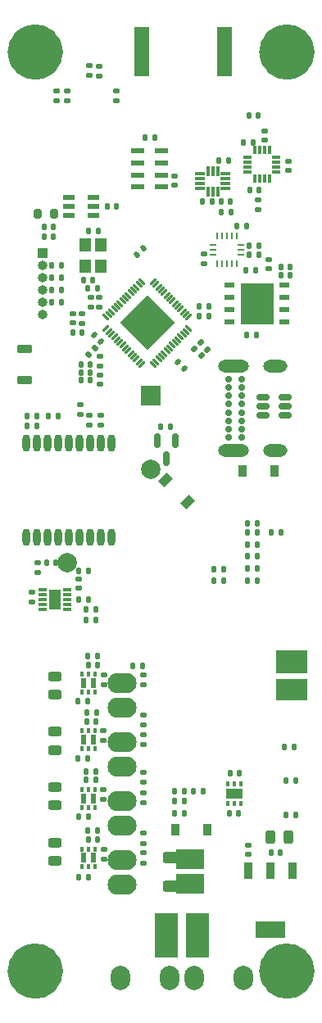
<source format=gts>
%TF.GenerationSoftware,KiCad,Pcbnew,(6.0.1)*%
%TF.CreationDate,2022-06-27T19:55:09+02:00*%
%TF.ProjectId,kp-ptr,6b702d70-7472-42e6-9b69-6361645f7063,rev?*%
%TF.SameCoordinates,Original*%
%TF.FileFunction,Soldermask,Top*%
%TF.FilePolarity,Negative*%
%FSLAX46Y46*%
G04 Gerber Fmt 4.6, Leading zero omitted, Abs format (unit mm)*
G04 Created by KiCad (PCBNEW (6.0.1)) date 2022-06-27 19:55:09*
%MOMM*%
%LPD*%
G01*
G04 APERTURE LIST*
G04 Aperture macros list*
%AMRoundRect*
0 Rectangle with rounded corners*
0 $1 Rounding radius*
0 $2 $3 $4 $5 $6 $7 $8 $9 X,Y pos of 4 corners*
0 Add a 4 corners polygon primitive as box body*
4,1,4,$2,$3,$4,$5,$6,$7,$8,$9,$2,$3,0*
0 Add four circle primitives for the rounded corners*
1,1,$1+$1,$2,$3*
1,1,$1+$1,$4,$5*
1,1,$1+$1,$6,$7*
1,1,$1+$1,$8,$9*
0 Add four rect primitives between the rounded corners*
20,1,$1+$1,$2,$3,$4,$5,0*
20,1,$1+$1,$4,$5,$6,$7,0*
20,1,$1+$1,$6,$7,$8,$9,0*
20,1,$1+$1,$8,$9,$2,$3,0*%
%AMRotRect*
0 Rectangle, with rotation*
0 The origin of the aperture is its center*
0 $1 length*
0 $2 width*
0 $3 Rotation angle, in degrees counterclockwise*
0 Add horizontal line*
21,1,$1,$2,0,0,$3*%
G04 Aperture macros list end*
%ADD10C,2.850000*%
%ADD11RoundRect,0.147500X0.147500X0.172500X-0.147500X0.172500X-0.147500X-0.172500X0.147500X-0.172500X0*%
%ADD12RoundRect,0.135000X-0.135000X-0.185000X0.135000X-0.185000X0.135000X0.185000X-0.135000X0.185000X0*%
%ADD13RoundRect,0.135000X0.135000X0.185000X-0.135000X0.185000X-0.135000X-0.185000X0.135000X-0.185000X0*%
%ADD14RoundRect,0.135000X-0.185000X0.135000X-0.185000X-0.135000X0.185000X-0.135000X0.185000X0.135000X0*%
%ADD15RoundRect,0.135000X0.185000X-0.135000X0.185000X0.135000X-0.185000X0.135000X-0.185000X-0.135000X0*%
%ADD16RoundRect,0.140000X0.140000X0.170000X-0.140000X0.170000X-0.140000X-0.170000X0.140000X-0.170000X0*%
%ADD17RoundRect,0.243750X0.243750X0.456250X-0.243750X0.456250X-0.243750X-0.456250X0.243750X-0.456250X0*%
%ADD18RoundRect,0.040600X-0.569400X-0.249400X0.569400X-0.249400X0.569400X0.249400X-0.569400X0.249400X0*%
%ADD19R,1.150000X1.400000*%
%ADD20RoundRect,0.147500X-0.172500X0.147500X-0.172500X-0.147500X0.172500X-0.147500X0.172500X0.147500X0*%
%ADD21R,0.304800X0.609600*%
%ADD22R,1.701800X1.092200*%
%ADD23RoundRect,0.140000X-0.170000X0.140000X-0.170000X-0.140000X0.170000X-0.140000X0.170000X0.140000X0*%
%ADD24RoundRect,0.140000X0.170000X-0.140000X0.170000X0.140000X-0.170000X0.140000X-0.170000X-0.140000X0*%
%ADD25R,0.250000X0.728000*%
%ADD26R,0.728000X0.250000*%
%ADD27R,0.728000X0.252000*%
%ADD28R,0.728000X0.260000*%
%ADD29R,0.252000X0.728000*%
%ADD30RoundRect,0.243750X0.456250X-0.243750X0.456250X0.243750X-0.456250X0.243750X-0.456250X-0.243750X0*%
%ADD31RoundRect,0.140000X-0.140000X-0.170000X0.140000X-0.170000X0.140000X0.170000X-0.140000X0.170000X0*%
%ADD32RoundRect,0.140000X-0.219203X-0.021213X-0.021213X-0.219203X0.219203X0.021213X0.021213X0.219203X0*%
%ADD33RoundRect,0.008100X0.386900X0.126900X-0.386900X0.126900X-0.386900X-0.126900X0.386900X-0.126900X0*%
%ADD34R,1.240000X2.130000*%
%ADD35RoundRect,0.026400X-0.493600X-0.193600X0.493600X-0.193600X0.493600X0.193600X-0.493600X0.193600X0*%
%ADD36R,3.400000X4.300000*%
%ADD37RoundRect,0.147500X-0.147500X-0.172500X0.147500X-0.172500X0.147500X0.172500X-0.147500X0.172500X0*%
%ADD38RoundRect,0.200000X-0.600000X0.200000X-0.600000X-0.200000X0.600000X-0.200000X0.600000X0.200000X0*%
%ADD39R,0.900000X1.200000*%
%ADD40RoundRect,0.140000X0.021213X-0.219203X0.219203X-0.021213X-0.021213X0.219203X-0.219203X0.021213X0*%
%ADD41R,0.350000X0.500000*%
%ADD42R,0.600000X1.000000*%
%ADD43RoundRect,0.006600X-0.208597X-0.354826X0.354826X0.208597X0.208597X0.354826X-0.354826X-0.208597X0*%
%ADD44RoundRect,0.022000X0.208597X-0.333047X0.333047X-0.208597X-0.208597X0.333047X-0.333047X0.208597X0*%
%ADD45RotRect,4.000000X4.000000X45.000000*%
%ADD46RoundRect,0.200000X-0.200000X-0.275000X0.200000X-0.275000X0.200000X0.275000X-0.200000X0.275000X0*%
%ADD47RoundRect,0.250000X0.625000X-0.312500X0.625000X0.312500X-0.625000X0.312500X-0.625000X-0.312500X0*%
%ADD48R,0.300000X0.855000*%
%ADD49R,0.855000X0.300000*%
%ADD50RoundRect,0.135000X0.226274X0.035355X0.035355X0.226274X-0.226274X-0.035355X-0.035355X-0.226274X0*%
%ADD51RoundRect,0.021200X0.633800X0.243800X-0.633800X0.243800X-0.633800X-0.243800X0.633800X-0.243800X0*%
%ADD52O,0.800000X1.800000*%
%ADD53RoundRect,0.147500X0.017678X-0.226274X0.226274X-0.017678X-0.017678X0.226274X-0.226274X0.017678X0*%
%ADD54RotRect,0.900000X1.200000X135.000000*%
%ADD55R,0.850800X1.761200*%
%ADD56R,3.150799X1.761200*%
%ADD57RoundRect,0.140000X0.219203X0.021213X0.021213X0.219203X-0.219203X-0.021213X-0.021213X-0.219203X0*%
%ADD58RoundRect,0.150000X-0.512500X-0.150000X0.512500X-0.150000X0.512500X0.150000X-0.512500X0.150000X0*%
%ADD59RoundRect,0.150000X-0.150000X0.587500X-0.150000X-0.587500X0.150000X-0.587500X0.150000X0.587500X0*%
%ADD60RoundRect,0.031500X-0.430000X-0.143500X0.430000X-0.143500X0.430000X0.143500X-0.430000X0.143500X0*%
%ADD61RoundRect,0.031500X0.143500X-0.428000X0.143500X0.428000X-0.143500X0.428000X-0.143500X-0.428000X0*%
%ADD62RoundRect,0.031500X0.430000X0.143500X-0.430000X0.143500X-0.430000X-0.143500X0.430000X-0.143500X0*%
%ADD63RoundRect,0.031500X-0.143500X0.428000X-0.143500X-0.428000X0.143500X-0.428000X0.143500X0.428000X0*%
%ADD64R,1.000000X1.000000*%
%ADD65O,1.000000X1.000000*%
%ADD66O,2.000000X2.500000*%
%ADD67R,2.413000X4.572000*%
%ADD68C,0.700000*%
%ADD69O,3.200000X1.300000*%
%ADD70O,2.500000X1.300000*%
%ADD71RoundRect,1.050000X0.450000X0.000000X0.450000X0.000000X-0.450000X0.000000X-0.450000X0.000000X0*%
%ADD72R,1.500000X5.080000*%
%ADD73C,2.000000*%
%ADD74R,2.000000X2.000000*%
%ADD75R,3.000000X2.100000*%
%ADD76R,3.302000X2.286000*%
%ADD77R,3.302000X2.447000*%
G04 APERTURE END LIST*
D10*
X145025000Y-34600000D02*
G75*
G03*
X145025000Y-34600000I-1425000J0D01*
G01*
X171025000Y-129600000D02*
G75*
G03*
X171025000Y-129600000I-1425000J0D01*
G01*
X145025000Y-129600000D02*
G75*
G03*
X145025000Y-129600000I-1425000J0D01*
G01*
X171025000Y-34600000D02*
G75*
G03*
X171025000Y-34600000I-1425000J0D01*
G01*
D11*
%TO.C,D2*%
X149075000Y-88265000D03*
X148105000Y-88265000D03*
%TD*%
D12*
%TO.C,R27*%
X162050000Y-89255600D03*
X163070000Y-89255600D03*
%TD*%
D13*
%TO.C,R34*%
X166575200Y-83312000D03*
X165555200Y-83312000D03*
%TD*%
D12*
%TO.C,R16*%
X148842000Y-93345000D03*
X149862000Y-93345000D03*
%TD*%
%TO.C,R42*%
X156563600Y-73355200D03*
X157583600Y-73355200D03*
%TD*%
D14*
%TO.C,R59*%
X154736800Y-99007200D03*
X154736800Y-100027200D03*
%TD*%
D13*
%TO.C,R39*%
X166575200Y-84277200D03*
X165555200Y-84277200D03*
%TD*%
%TO.C,R37*%
X166575200Y-86749466D03*
X165555200Y-86749466D03*
%TD*%
D15*
%TO.C,R15*%
X161036000Y-56517000D03*
X161036000Y-55497000D03*
%TD*%
D16*
%TO.C,C3*%
X149273200Y-68529200D03*
X148313200Y-68529200D03*
%TD*%
D13*
%TO.C,R60*%
X149862000Y-108966000D03*
X148842000Y-108966000D03*
%TD*%
D17*
%TO.C,F1*%
X169796700Y-115773200D03*
X167921700Y-115773200D03*
%TD*%
D16*
%TO.C,C24*%
X143736000Y-72263000D03*
X142776000Y-72263000D03*
%TD*%
D14*
%TO.C,R41*%
X149148800Y-36015200D03*
X149148800Y-37035200D03*
%TD*%
D13*
%TO.C,R38*%
X166575200Y-85496400D03*
X165555200Y-85496400D03*
%TD*%
D12*
%TO.C,R8*%
X149045200Y-59029600D03*
X150065200Y-59029600D03*
%TD*%
D16*
%TO.C,C6*%
X149273200Y-66903600D03*
X148313200Y-66903600D03*
%TD*%
%TO.C,C46*%
X166646800Y-41198800D03*
X165686800Y-41198800D03*
%TD*%
D18*
%TO.C,U12*%
X147107000Y-49596000D03*
X147107000Y-50546000D03*
X147107000Y-51496000D03*
X149597000Y-51496000D03*
X149597000Y-50546000D03*
X149597000Y-49596000D03*
%TD*%
D13*
%TO.C,R24*%
X170486800Y-109931200D03*
X169466800Y-109931200D03*
%TD*%
D16*
%TO.C,C37*%
X164614800Y-113334800D03*
X163654800Y-113334800D03*
%TD*%
D15*
%TO.C,R44*%
X154736800Y-104142000D03*
X154736800Y-103122000D03*
%TD*%
D13*
%TO.C,R36*%
X166575200Y-88002532D03*
X165555200Y-88002532D03*
%TD*%
D15*
%TO.C,R54*%
X154736800Y-110111000D03*
X154736800Y-109091000D03*
%TD*%
D19*
%TO.C,Y1*%
X150365000Y-56723000D03*
X150365000Y-54523000D03*
X148765000Y-54523000D03*
X148765000Y-56723000D03*
%TD*%
D13*
%TO.C,R25*%
X170385200Y-106426000D03*
X169365200Y-106426000D03*
%TD*%
D20*
%TO.C,L3*%
X143256000Y-90447000D03*
X143256000Y-91417000D03*
%TD*%
D21*
%TO.C,U9*%
X164835586Y-110248700D03*
X164185600Y-110248700D03*
X163535614Y-110248700D03*
X163535614Y-112255300D03*
X164185600Y-112255300D03*
X164835586Y-112255300D03*
D22*
X164185600Y-111252000D03*
%TD*%
D23*
%TO.C,C32*%
X148082000Y-89055000D03*
X148082000Y-90015000D03*
%TD*%
D13*
%TO.C,R50*%
X149912800Y-102870000D03*
X148892800Y-102870000D03*
%TD*%
D24*
%TO.C,C17*%
X167284400Y-43710800D03*
X167284400Y-42750800D03*
%TD*%
D25*
%TO.C,U4*%
X164404400Y-53637800D03*
X163904400Y-53637800D03*
X163404400Y-53637800D03*
X162904400Y-53637800D03*
X162404400Y-53637800D03*
D26*
X161990400Y-54551800D03*
D27*
X161990400Y-55052800D03*
D28*
X161990400Y-55556800D03*
D25*
X162404400Y-56465800D03*
X162904400Y-56465800D03*
D29*
X163405400Y-56465800D03*
D25*
X163904400Y-56465800D03*
X164404400Y-56465800D03*
D28*
X164818400Y-55556800D03*
D26*
X164818400Y-55051800D03*
X164818400Y-54551800D03*
%TD*%
D16*
%TO.C,C23*%
X143736000Y-73279000D03*
X142776000Y-73279000D03*
%TD*%
%TO.C,C16*%
X166748400Y-48869600D03*
X165788400Y-48869600D03*
%TD*%
D13*
%TO.C,R4*%
X146306000Y-57931269D03*
X145286000Y-57931269D03*
%TD*%
D30*
%TO.C,F3*%
X145643600Y-118183900D03*
X145643600Y-116308900D03*
%TD*%
D13*
%TO.C,R55*%
X154688000Y-98044000D03*
X153668000Y-98044000D03*
%TD*%
D31*
%TO.C,C14*%
X148567200Y-58166000D03*
X149527200Y-58166000D03*
%TD*%
D32*
%TO.C,C10*%
X158359789Y-66665789D03*
X159038611Y-67344611D03*
%TD*%
D16*
%TO.C,C49*%
X149832000Y-109855000D03*
X148872000Y-109855000D03*
%TD*%
D33*
%TO.C,U6*%
X146939000Y-92186000D03*
X146939000Y-91686000D03*
X146939000Y-91186000D03*
X146939000Y-90686000D03*
X146939000Y-90186000D03*
X144399000Y-90186000D03*
X144399000Y-90686000D03*
X144399000Y-91186000D03*
X144399000Y-91686000D03*
X144399000Y-92186000D03*
D34*
X145669000Y-91186000D03*
%TD*%
D16*
%TO.C,C42*%
X145463200Y-53721000D03*
X144503200Y-53721000D03*
%TD*%
D13*
%TO.C,R1*%
X146306000Y-59182000D03*
X145286000Y-59182000D03*
%TD*%
D24*
%TO.C,C4*%
X150266400Y-68958400D03*
X150266400Y-67998400D03*
%TD*%
D14*
%TO.C,R52*%
X150622000Y-104773000D03*
X150622000Y-105793000D03*
%TD*%
D35*
%TO.C,U11*%
X163677400Y-58686000D03*
X163677400Y-59956000D03*
X163677400Y-61226000D03*
X163677400Y-62496000D03*
X169367400Y-62496000D03*
X169367400Y-61226000D03*
X169367400Y-59956000D03*
X169367400Y-58686000D03*
D36*
X166522400Y-60591000D03*
%TD*%
D13*
%TO.C,R35*%
X166575200Y-89255600D03*
X165555200Y-89255600D03*
%TD*%
D37*
%TO.C,L1*%
X147472400Y-63601600D03*
X148442400Y-63601600D03*
%TD*%
D14*
%TO.C,R58*%
X154736800Y-111152000D03*
X154736800Y-112172000D03*
%TD*%
D31*
%TO.C,C41*%
X151031000Y-50546000D03*
X151991000Y-50546000D03*
%TD*%
D30*
%TO.C,F2*%
X145643600Y-106736966D03*
X145643600Y-104861966D03*
%TD*%
D38*
%TO.C,AE1*%
X142494000Y-65303600D03*
X142494000Y-68503600D03*
%TD*%
D12*
%TO.C,R32*%
X162050000Y-88036400D03*
X163070000Y-88036400D03*
%TD*%
D39*
%TO.C,D3*%
X168324800Y-77927200D03*
X165024800Y-77927200D03*
%TD*%
D16*
%TO.C,C28*%
X163802000Y-51181000D03*
X162842000Y-51181000D03*
%TD*%
D40*
%TO.C,C11*%
X154092589Y-55559011D03*
X154771411Y-54880189D03*
%TD*%
D31*
%TO.C,C12*%
X160556000Y-61874400D03*
X161516000Y-61874400D03*
%TD*%
D41*
%TO.C,Q4*%
X148448000Y-112660000D03*
X149098000Y-112660000D03*
D42*
X149623000Y-111760000D03*
D41*
X149748000Y-112660000D03*
X149748000Y-110860000D03*
X149098000Y-110860000D03*
D42*
X148573000Y-111760000D03*
D41*
X148448000Y-110860000D03*
%TD*%
D13*
%TO.C,R51*%
X150065200Y-115112800D03*
X149045200Y-115112800D03*
%TD*%
D43*
%TO.C,U1*%
X150919540Y-63208505D03*
X151202382Y-63491348D03*
X151485225Y-63774191D03*
X151768068Y-64057033D03*
X152050910Y-64339876D03*
X152333753Y-64622719D03*
X152616596Y-64905562D03*
X152899438Y-65188404D03*
X153182281Y-65471247D03*
X153465124Y-65754090D03*
X153747967Y-66036932D03*
X154030809Y-66319775D03*
X154313652Y-66602618D03*
X154596495Y-66885460D03*
D44*
X155791505Y-66885460D03*
X156074348Y-66602618D03*
X156357191Y-66319775D03*
X156640033Y-66036932D03*
X156922876Y-65754090D03*
X157205719Y-65471247D03*
X157488562Y-65188404D03*
X157771404Y-64905562D03*
X158054247Y-64622719D03*
X158337090Y-64339876D03*
X158619932Y-64057033D03*
X158902775Y-63774191D03*
X159185618Y-63491348D03*
X159468460Y-63208505D03*
D43*
X159468460Y-62013495D03*
X159185618Y-61730652D03*
X158902775Y-61447809D03*
X158619932Y-61164967D03*
X158337090Y-60882124D03*
X158054247Y-60599281D03*
X157771404Y-60316438D03*
X157488562Y-60033596D03*
X157205719Y-59750753D03*
X156922876Y-59467910D03*
X156640033Y-59185068D03*
X156357191Y-58902225D03*
X156074348Y-58619382D03*
X155791505Y-58336540D03*
D44*
X154596495Y-58336540D03*
X154313652Y-58619382D03*
X154030809Y-58902225D03*
X153747967Y-59185068D03*
X153465124Y-59467910D03*
X153182281Y-59750753D03*
X152899438Y-60033596D03*
X152616596Y-60316438D03*
X152333753Y-60599281D03*
X152050910Y-60882124D03*
X151768068Y-61164967D03*
X151485225Y-61447809D03*
X151202382Y-61730652D03*
X150919540Y-62013495D03*
D45*
X155194000Y-62611000D03*
%TD*%
D13*
%TO.C,R3*%
X146306000Y-56642000D03*
X145286000Y-56642000D03*
%TD*%
D15*
%TO.C,R30*%
X145796000Y-39626000D03*
X145796000Y-38606000D03*
%TD*%
D31*
%TO.C,C22*%
X164467600Y-52578000D03*
X165427600Y-52578000D03*
%TD*%
D13*
%TO.C,R17*%
X149862000Y-92202000D03*
X148842000Y-92202000D03*
%TD*%
D46*
%TO.C,FB2*%
X143891000Y-51308000D03*
X145541000Y-51308000D03*
%TD*%
D47*
%TO.C,R21*%
X157632400Y-120791700D03*
X157632400Y-117866700D03*
%TD*%
D16*
%TO.C,C26*%
X149070000Y-91186000D03*
X148110000Y-91186000D03*
%TD*%
D14*
%TO.C,R12*%
X149225000Y-72134000D03*
X149225000Y-73154000D03*
%TD*%
D30*
%TO.C,F5*%
X145643600Y-101013500D03*
X145643600Y-99138500D03*
%TD*%
D16*
%TO.C,C39*%
X169951289Y-57707400D03*
X168991289Y-57707400D03*
%TD*%
D48*
%TO.C,U3*%
X167789625Y-44742411D03*
X167289625Y-44742411D03*
X166789625Y-44742411D03*
X166289625Y-44742411D03*
D49*
X165562125Y-45469911D03*
X165562125Y-45969911D03*
X165562125Y-46469911D03*
X165562125Y-46969911D03*
D48*
X166289625Y-47697411D03*
X166789625Y-47697411D03*
X167289625Y-47697411D03*
X167789625Y-47697411D03*
D49*
X168517125Y-46969911D03*
X168517125Y-46469911D03*
X168517125Y-45969911D03*
X168517125Y-45469911D03*
%TD*%
D50*
%TO.C,R6*%
X160761624Y-65989200D03*
X160040376Y-65267952D03*
%TD*%
D13*
%TO.C,R47*%
X149102000Y-119888000D03*
X148082000Y-119888000D03*
%TD*%
D14*
%TO.C,R49*%
X154736800Y-117396800D03*
X154736800Y-118416800D03*
%TD*%
%TO.C,R29*%
X146939000Y-38606000D03*
X146939000Y-39626000D03*
%TD*%
D51*
%TO.C,U2*%
X156622600Y-48560200D03*
X156622600Y-47310200D03*
X156622600Y-46060200D03*
X156622600Y-44810200D03*
X154222600Y-44810200D03*
X154222600Y-46060200D03*
X154222600Y-47310200D03*
X154222600Y-48560200D03*
%TD*%
D39*
%TO.C,D4*%
X161365200Y-115011200D03*
X158065200Y-115011200D03*
%TD*%
D24*
%TO.C,C9*%
X149352000Y-60932000D03*
X149352000Y-59972000D03*
%TD*%
D12*
%TO.C,R19*%
X157986000Y-113284000D03*
X159006000Y-113284000D03*
%TD*%
D16*
%TO.C,C33*%
X158976000Y-110998000D03*
X158016000Y-110998000D03*
%TD*%
%TO.C,C50*%
X150035200Y-97942400D03*
X149075200Y-97942400D03*
%TD*%
D15*
%TO.C,R13*%
X150368000Y-73154000D03*
X150368000Y-72134000D03*
%TD*%
D13*
%TO.C,R20*%
X159006000Y-112014000D03*
X157986000Y-112014000D03*
%TD*%
D52*
%TO.C,U5*%
X151466000Y-75033000D03*
X150366000Y-75033000D03*
X149266000Y-75033000D03*
X148166000Y-75033000D03*
X147066000Y-75033000D03*
X145966000Y-75033000D03*
X144866000Y-75033000D03*
X143766000Y-75033000D03*
X142666000Y-75033000D03*
X142666000Y-84733000D03*
X143766000Y-84733000D03*
X144866000Y-84733000D03*
X145966000Y-84733000D03*
X147066000Y-84733000D03*
X148166000Y-84733000D03*
X149266000Y-84733000D03*
X150366000Y-84733000D03*
X151466000Y-84733000D03*
%TD*%
D41*
%TO.C,Q5*%
X148448000Y-100722000D03*
X149098000Y-100722000D03*
X149748000Y-100722000D03*
D42*
X149623000Y-99822000D03*
D41*
X149748000Y-98922000D03*
X149098000Y-98922000D03*
X148448000Y-98922000D03*
D42*
X148573000Y-99822000D03*
%TD*%
D13*
%TO.C,R2*%
X146306000Y-60452000D03*
X145286000Y-60452000D03*
%TD*%
D14*
%TO.C,R11*%
X148234400Y-71067200D03*
X148234400Y-72087200D03*
%TD*%
D53*
%TO.C,L2*%
X149059853Y-65874947D03*
X149745747Y-65189053D03*
%TD*%
D31*
%TO.C,C21*%
X165737600Y-55524400D03*
X166697600Y-55524400D03*
%TD*%
D24*
%TO.C,C1*%
X147472400Y-62608400D03*
X147472400Y-61648400D03*
%TD*%
D16*
%TO.C,C5*%
X149273200Y-67716400D03*
X148313200Y-67716400D03*
%TD*%
D13*
%TO.C,R18*%
X163550000Y-45847000D03*
X162530000Y-45847000D03*
%TD*%
D31*
%TO.C,C20*%
X165737600Y-54660800D03*
X166697600Y-54660800D03*
%TD*%
D13*
%TO.C,R23*%
X170486800Y-113436400D03*
X169466800Y-113436400D03*
%TD*%
D12*
%TO.C,R43*%
X167993600Y-84277200D03*
X169013600Y-84277200D03*
%TD*%
D50*
%TO.C,R7*%
X161396624Y-65333824D03*
X160675376Y-64612576D03*
%TD*%
D12*
%TO.C,R9*%
X165098000Y-43942000D03*
X166118000Y-43942000D03*
%TD*%
D31*
%TO.C,C13*%
X160556000Y-60909200D03*
X161516000Y-60909200D03*
%TD*%
D13*
%TO.C,R56*%
X149100000Y-113665000D03*
X148080000Y-113665000D03*
%TD*%
D24*
%TO.C,C19*%
X169773600Y-46860400D03*
X169773600Y-45900400D03*
%TD*%
D16*
%TO.C,C36*%
X164716400Y-109169200D03*
X163756400Y-109169200D03*
%TD*%
D24*
%TO.C,C44*%
X167690800Y-57020400D03*
X167690800Y-56060400D03*
%TD*%
D15*
%TO.C,R45*%
X154736800Y-116384800D03*
X154736800Y-115364800D03*
%TD*%
D14*
%TO.C,R5*%
X150266400Y-66038000D03*
X150266400Y-67058000D03*
%TD*%
D15*
%TO.C,R28*%
X150241000Y-37086000D03*
X150241000Y-36066000D03*
%TD*%
D13*
%TO.C,FB1*%
X146001200Y-72237600D03*
X144981200Y-72237600D03*
%TD*%
D16*
%TO.C,C30*%
X145740000Y-87376000D03*
X144780000Y-87376000D03*
%TD*%
D30*
%TO.C,F4*%
X145643600Y-112460432D03*
X145643600Y-110585432D03*
%TD*%
D24*
%TO.C,C38*%
X165608000Y-117523200D03*
X165608000Y-116563200D03*
%TD*%
D54*
%TO.C,D11*%
X159357926Y-81125926D03*
X157024474Y-78792474D03*
%TD*%
D14*
%TO.C,R48*%
X154736800Y-105154000D03*
X154736800Y-106174000D03*
%TD*%
D55*
%TO.C,U8*%
X170214600Y-119250600D03*
X167914600Y-119250600D03*
X165614600Y-119250600D03*
D56*
X167914600Y-125300600D03*
%TD*%
D13*
%TO.C,R57*%
X149049200Y-101701600D03*
X148029200Y-101701600D03*
%TD*%
D31*
%TO.C,C31*%
X160909000Y-50038000D03*
X161869000Y-50038000D03*
%TD*%
D16*
%TO.C,C40*%
X169948800Y-56794400D03*
X168988800Y-56794400D03*
%TD*%
%TO.C,C43*%
X145463200Y-52705000D03*
X144503200Y-52705000D03*
%TD*%
D57*
%TO.C,C7*%
X150402611Y-64550611D03*
X149723789Y-63871789D03*
%TD*%
D16*
%TO.C,C47*%
X149882800Y-103784400D03*
X148922800Y-103784400D03*
%TD*%
D23*
%TO.C,C45*%
X166624000Y-49913600D03*
X166624000Y-50873600D03*
%TD*%
D58*
%TO.C,U10*%
X167112100Y-70271600D03*
X167112100Y-71221600D03*
X167112100Y-72171600D03*
X169387100Y-72171600D03*
X169387100Y-71221600D03*
X169387100Y-70271600D03*
%TD*%
D41*
%TO.C,Q2*%
X148448000Y-106564000D03*
X149098000Y-106564000D03*
X149748000Y-106564000D03*
D42*
X149623000Y-105664000D03*
D41*
X149748000Y-104764000D03*
X149098000Y-104764000D03*
X148448000Y-104764000D03*
D42*
X148573000Y-105664000D03*
%TD*%
D13*
%TO.C,R61*%
X150065200Y-97028000D03*
X149045200Y-97028000D03*
%TD*%
D59*
%TO.C,Q1*%
X158074400Y-74754500D03*
X156174400Y-74754500D03*
X157124400Y-76629500D03*
%TD*%
D14*
%TO.C,R62*%
X150622000Y-110869000D03*
X150622000Y-111889000D03*
%TD*%
D24*
%TO.C,C25*%
X143891000Y-88364000D03*
X143891000Y-87404000D03*
%TD*%
D14*
%TO.C,R63*%
X150723600Y-98956400D03*
X150723600Y-99976400D03*
%TD*%
D16*
%TO.C,C29*%
X163774000Y-50038000D03*
X162814000Y-50038000D03*
%TD*%
D41*
%TO.C,Q3*%
X148448000Y-118806800D03*
X149098000Y-118806800D03*
X149748000Y-118806800D03*
D42*
X149623000Y-117906800D03*
D41*
X149748000Y-117006800D03*
X149098000Y-117006800D03*
X148448000Y-117006800D03*
D42*
X148573000Y-117906800D03*
%TD*%
D60*
%TO.C,U7*%
X160646700Y-47190400D03*
X160646700Y-47690400D03*
X160646700Y-48190400D03*
X160646700Y-48690400D03*
D61*
X161463200Y-49004900D03*
X161963200Y-49004900D03*
X162463200Y-49004900D03*
D62*
X163279700Y-48690400D03*
X163279700Y-48190400D03*
X163279700Y-47690400D03*
X163279700Y-47190400D03*
D63*
X162463200Y-46875900D03*
X161963200Y-46875900D03*
X161463200Y-46875900D03*
%TD*%
D14*
%TO.C,R31*%
X152019000Y-38606000D03*
X152019000Y-39626000D03*
%TD*%
D31*
%TO.C,C15*%
X149126000Y-53086000D03*
X150086000Y-53086000D03*
%TD*%
D24*
%TO.C,C18*%
X157988000Y-48359000D03*
X157988000Y-47399000D03*
%TD*%
D13*
%TO.C,R10*%
X155958000Y-43434000D03*
X154938000Y-43434000D03*
%TD*%
D24*
%TO.C,C2*%
X148449000Y-62621000D03*
X148449000Y-61661000D03*
%TD*%
D13*
%TO.C,R40*%
X166422800Y-63855600D03*
X165402800Y-63855600D03*
%TD*%
D16*
%TO.C,C48*%
X150035200Y-116027200D03*
X149075200Y-116027200D03*
%TD*%
D24*
%TO.C,C8*%
X150241000Y-60932000D03*
X150241000Y-59972000D03*
%TD*%
D14*
%TO.C,R53*%
X150672800Y-116990400D03*
X150672800Y-118010400D03*
%TD*%
D31*
%TO.C,C35*%
X167972800Y-117348000D03*
X168932800Y-117348000D03*
%TD*%
D12*
%TO.C,R22*%
X159916400Y-110998000D03*
X160936400Y-110998000D03*
%TD*%
D13*
%TO.C,R26*%
X166364000Y-57191000D03*
X165344000Y-57191000D03*
%TD*%
%TO.C,R46*%
X149051200Y-107594400D03*
X148031200Y-107594400D03*
%TD*%
D64*
%TO.C,J1*%
X144399000Y-55372000D03*
D65*
X144399000Y-56642000D03*
X144399000Y-57912000D03*
X144399000Y-59182000D03*
X144399000Y-60452000D03*
X144399000Y-61722000D03*
%TD*%
D66*
%TO.C,J2*%
X165100000Y-130280800D03*
X157480000Y-130280800D03*
X152400000Y-130280800D03*
X160020000Y-130280800D03*
D67*
X160337500Y-125907800D03*
X157162500Y-125907800D03*
%TD*%
D68*
%TO.C,J4*%
X163578000Y-68449800D03*
X163578000Y-69299800D03*
X163578000Y-70149800D03*
X163578000Y-70999800D03*
X163578000Y-71849800D03*
X163578000Y-72699800D03*
X163578000Y-73549800D03*
X163578000Y-74399800D03*
X164928000Y-74399800D03*
X164928000Y-73549800D03*
X164928000Y-72699800D03*
X164928000Y-71849800D03*
X164928000Y-70999800D03*
X164928000Y-70149800D03*
X164928000Y-69299800D03*
X164928000Y-68449800D03*
D69*
X164078000Y-75749800D03*
D70*
X168378000Y-75749800D03*
X168378000Y-67099800D03*
D69*
X164078000Y-67099800D03*
%TD*%
D71*
%TO.C,J10*%
X152600000Y-108474333D03*
X152600000Y-105934333D03*
%TD*%
D72*
%TO.C,J5*%
X154627000Y-34594800D03*
X163127000Y-34594800D03*
%TD*%
D73*
%TO.C,ANT2*%
X146928000Y-87376000D03*
%TD*%
D71*
%TO.C,J12*%
X152600000Y-114547666D03*
X152600000Y-112007666D03*
%TD*%
D74*
%TO.C,LS1*%
X155575000Y-70114000D03*
D73*
X155575000Y-77714000D03*
%TD*%
D71*
%TO.C,J13*%
X152600000Y-102401000D03*
X152600000Y-99861000D03*
%TD*%
D75*
%TO.C,J3*%
X159562800Y-118059200D03*
X159562800Y-120599200D03*
%TD*%
D71*
%TO.C,J11*%
X152600000Y-120620999D03*
X152600000Y-118080999D03*
%TD*%
D76*
%TO.C,J9*%
X170078400Y-100507800D03*
D77*
X170078400Y-97667300D03*
%TD*%
M02*

</source>
